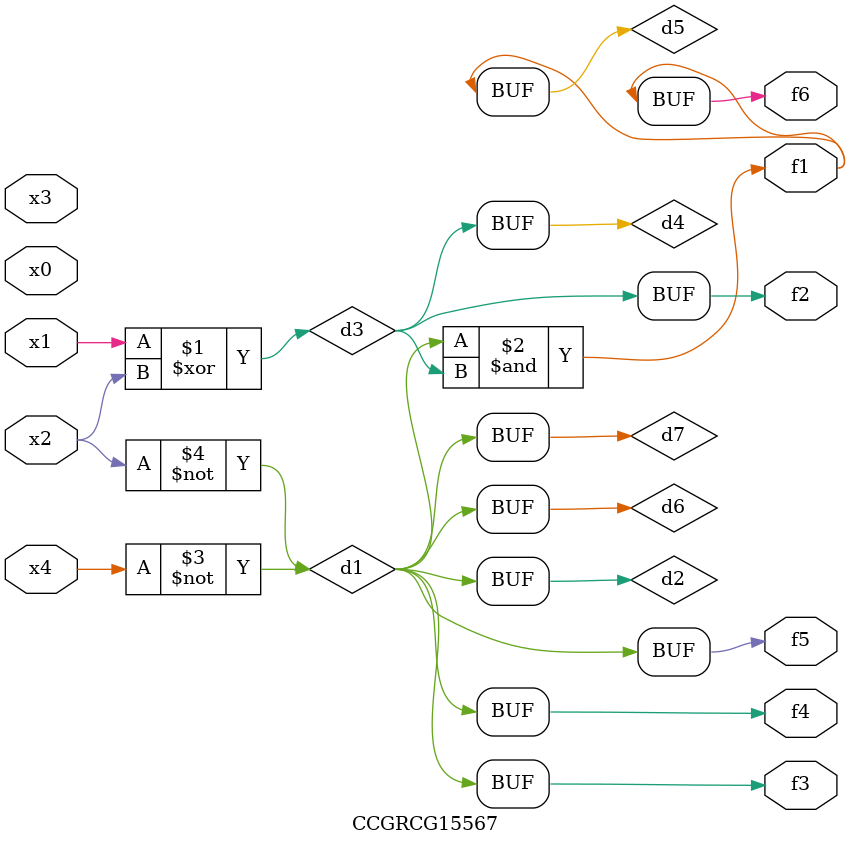
<source format=v>
module CCGRCG15567(
	input x0, x1, x2, x3, x4,
	output f1, f2, f3, f4, f5, f6
);

	wire d1, d2, d3, d4, d5, d6, d7;

	not (d1, x4);
	not (d2, x2);
	xor (d3, x1, x2);
	buf (d4, d3);
	and (d5, d1, d3);
	buf (d6, d1, d2);
	buf (d7, d2);
	assign f1 = d5;
	assign f2 = d4;
	assign f3 = d7;
	assign f4 = d7;
	assign f5 = d7;
	assign f6 = d5;
endmodule

</source>
